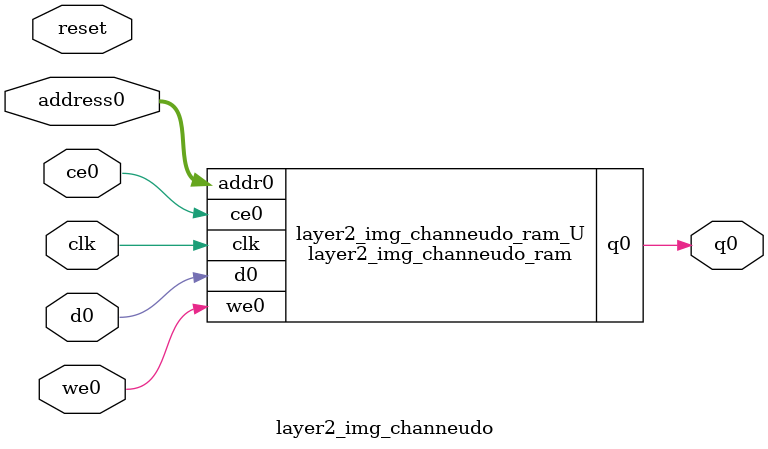
<source format=v>
`timescale 1 ns / 1 ps
module layer2_img_channeudo_ram (addr0, ce0, d0, we0, q0,  clk);

parameter DWIDTH = 1;
parameter AWIDTH = 12;
parameter MEM_SIZE = 3584;

input[AWIDTH-1:0] addr0;
input ce0;
input[DWIDTH-1:0] d0;
input we0;
output reg[DWIDTH-1:0] q0;
input clk;

(* ram_style = "block" *)reg [DWIDTH-1:0] ram[0:MEM_SIZE-1];




always @(posedge clk)  
begin 
    if (ce0) 
    begin
        if (we0) 
        begin 
            ram[addr0] <= d0; 
        end 
        q0 <= ram[addr0];
    end
end


endmodule

`timescale 1 ns / 1 ps
module layer2_img_channeudo(
    reset,
    clk,
    address0,
    ce0,
    we0,
    d0,
    q0);

parameter DataWidth = 32'd1;
parameter AddressRange = 32'd3584;
parameter AddressWidth = 32'd12;
input reset;
input clk;
input[AddressWidth - 1:0] address0;
input ce0;
input we0;
input[DataWidth - 1:0] d0;
output[DataWidth - 1:0] q0;



layer2_img_channeudo_ram layer2_img_channeudo_ram_U(
    .clk( clk ),
    .addr0( address0 ),
    .ce0( ce0 ),
    .we0( we0 ),
    .d0( d0 ),
    .q0( q0 ));

endmodule


</source>
